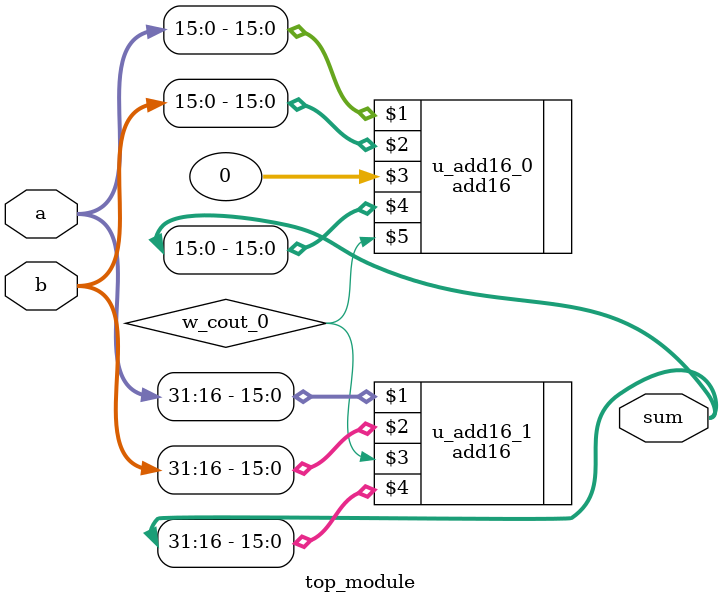
<source format=v>
module top_module(
    input [31:0] a,
    input [31:0] b,
    output [31:0] sum
);
wire  w_cout_0;

add16 u_add16_0(a[15:0],b[15:0],0,sum[15:0],w_cout_0);
add16 u_add16_1(a[31:16],b[31:16],w_cout_0,sum[31:16],);

endmodule

</source>
